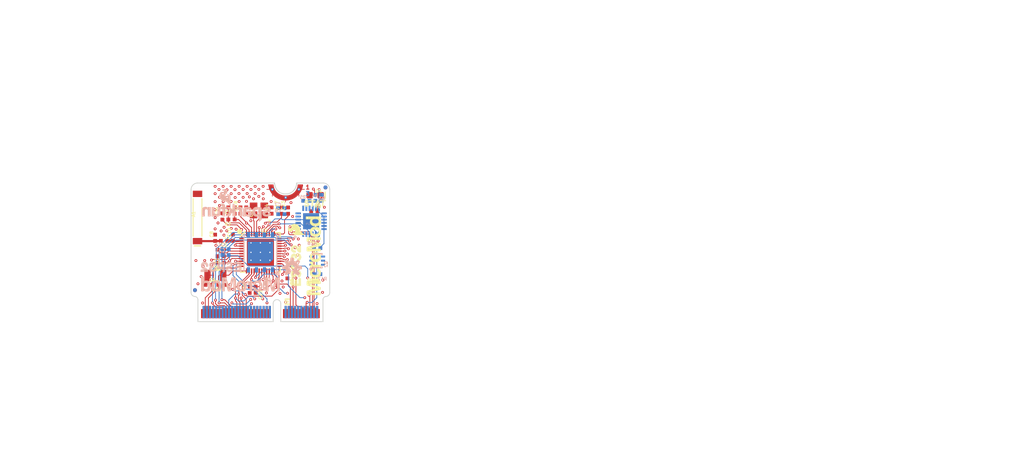
<source format=kicad_pcb>
(kicad_pcb (version 20211014) (generator pcbnew)
  (layers (0 "F.Cu" signal) (1 "In1.Cu" signal) (2 "In2.Cu" signal) (31 "B.Cu" signal) (34 "B.Paste" user) (35 "F.Paste" user) (36 "B.SilkS" user "B.Silkscreen") (37 "F.SilkS" user "F.Silkscreen") (38 "B.Mask" user) (39 "F.Mask" user) (44 "Edge.Cuts" user))
  (net 0 "")
  (net 1 "3.3V")
  (net 2 "~{RESET}")
  (net 3 "GND")
  (net 4 "32-G5/RTC")
  (net 5 "33-G6/RTC")
  (net 6 "34-A0")
  (net 7 "35-A1")
  (net 8 "39-BATT/3")
  (net 9 "38")
  (net 10 "36")
  (net 11 "37")
  (net 12 "CAP_10N")
  (net 13 "FLASH_SWP")
  (net 14 "FLASH_SHD")
  (net 15 "FLASH_SDI")
  (net 16 "FLASH_SDO")
  (net 17 "FLASH_SCK")
  (net 18 "FLASH_SCS")
  (net 19 "VDD")
  (net 20 "27-D1")
  (net 21 "22-SCL")
  (net 22 "21-SDA")
  (net 23 "5-~{CS}")
  (net 24 "U0RXD")
  (net 25 "U0TXD")
  (net 26 "DTR")
  (net 27 "RTS")
  (net 28 "N$10")
  (net 29 "N$12")
  (net 30 "N$13")
  (net 31 "N$15")
  (net 32 "N$1")
  (net 33 "N$4")
  (net 34 "V_USB")
  (net 35 "D-")
  (net 36 "D+")
  (net 37 "N$2")
  (net 38 "N$3")
  (net 39 "N$5")
  (net 40 "N$8")
  (net 41 "0-~{BOOT}")
  (net 42 "16-G4/RX1/AUD_IN")
  (net 43 "17-G3/TX1/AUD_OUT")
  (net 44 "25-G1/AUD_LRCLK/SCL1")
  (net 45 "26-G2/AUD_BCLK/SDA1")
  (net 46 "4-I2C_~{INT}")
  (net 47 "13-PWM0")
  (net 48 "12-PWM1")
  (net 49 "14-D0")
  (net 50 "15-G0")
  (net 51 "2-STAT_LED")
  (net 52 "18-SCK")
  (net 53 "19-CIPO")
  (net 54 "23-COPI")
  (footprint "boardEagle:0402-TIGHT" (layer "F.Cu") (at 143.9081 99.7866 180)
    (fp_text reference "R2")
    (fp_text value "20k")
  )
  (footprint "boardEagle:CRYSTAL-SMD-3.2X1.5MM" (layer "F.Cu") (at 141.3521 108.6706)
    (fp_text reference "Y2")
    (fp_text value "32.768kHz")
  )
  (footprint "boardEagle:0402-TIGHT" (layer "F.Cu") (at 151.8461 98.3786 90)
    (fp_text reference "C17")
    (fp_text value "0.1uF")
  )
  (footprint "boardEagle:0402-TIGHT" (layer "F.Cu") (at 143.9081 98.8706)
    (fp_text reference "C27")
    (fp_text value "3.0nF" hide)
  )
  (footprint "boardEagle:QFN48-0.4MM" (layer "F.Cu") (at 148.5011 105.0036)
    (fp_text reference "U2")
    (fp_text value "ESP32")
  )
  (footprint "boardEagle:0402-TIGHT" (layer "F.Cu") (at 142.2001 106.6554 180)
    (fp_text reference "R1")
    (fp_text value "10k")
  )
  (footprint "boardEagle:0402-TIGHT" (layer "F.Cu") (at 142.2001 104.5804)
    (fp_text reference "C1")
    (fp_text value "270pF" hide)
  )
  (footprint "boardEagle:FIDUCIAL-MICRO" (layer "F.Cu") (at 158.8241 94.7006)
    (fp_text reference "FD4" hide)
    (fp_text value "FIDUCIALUFIDUCIAL" hide)
  )
  (footprint "boardEagle:0402-TIGHT" (layer "F.Cu") (at 140.2951 110.1616)
    (fp_text reference "C9")
    (fp_text value "15pF")
  )
  (footprint "boardEagle:0402-TIGHT" (layer "F.Cu") (at 145.3271 98.3686 90)
    (fp_text reference "C18")
    (fp_text value "100pF" hide)
  )
  (footprint "boardEagle:SFE_LOGO_FLAME_.1" (layer "F.Cu") (at 154.1381 101.3986 90)
    (fp_text reference "U$4" hide)
    (fp_text value "" hide)
  )
  (footprint "boardEagle:ANT-2.4GHZ-8.0X1.0MM" (layer "F.Cu") (at 138.5171 99.4682 90)
    (fp_text reference "A1")
    (fp_text value "")
  )
  (footprint "boardEagle:0402-TIGHT" (layer "F.Cu") (at 142.2001 105.6052 180)
    (fp_text reference "C2")
    (fp_text value "270pF" hide)
  )
  (footprint "boardEagle:CREATIVE_COMMONS" (layer "F.Cu") (at 127.4911 139.0636)
    (fp_text reference "FRAME1" hide)
    (fp_text value "FRAME-LEDGER" hide)
  )
  (footprint "boardEagle:ORDERING_INSTRUCTIONS" (layer "F.Cu") (at 167.9811 65.2036)
    (fp_text reference "LOGO1" hide)
    (fp_text value "SPECIAL_INSTRUCTIONS-ORDERING" hide)
  )
  (footprint "boardEagle:0402-TIGHT" (layer "F.Cu") (at 142.7261 103.1776)
    (fp_text reference "L1")
    (fp_text value "0")
  )
  (footprint "boardEagle:ESP321" (layer "F.Cu") (at 154.1381 111.7618 90)
    (fp_text reference "U$3" hide)
    (fp_text value "" hide)
  )
  (footprint "boardEagle:0402-TIGHT" (layer "F.Cu") (at 143.9081 97.8646 180)
    (fp_text reference "C5")
    (fp_text value "10nF")
  )
  (footprint "boardEagle:0402-TIGHT" (layer "F.Cu") (at 142.3271 110.1616 180)
    (fp_text reference "C26")
    (fp_text value "15pF")
  )
  (footprint "boardEagle:MICROMOD_LOGO_.5" (layer "F.Cu") (at 156.9321 105.5406 90)
    (fp_text reference "U$2" hide)
    (fp_text value "" hide)
  )
  (footprint "boardEagle:0402-TIGHT" (layer "F.Cu") (at 152.7821 108.6306 -90)
    (fp_text reference "C24")
    (fp_text value "1.0uF")
  )
  (footprint "boardEagle:0402-TIGHT" (layer "F.Cu") (at 141.3111 102.694 90)
    (fp_text reference "C8")
    (fp_text value "DNP")
  )
  (footprint "boardEagle:STAT0" (layer "F.Cu") (at 154.5191 97.2076)
    (fp_text reference "U$1" hide)
    (fp_text value "" hide)
  )
  (footprint "boardEagle:0402-TIGHT" (layer "F.Cu") (at 144.1305 102.6686 90)
    (fp_text reference "C10")
    (fp_text value "DNP")
  )
  (footprint "boardEagle:LED-0603" (layer "F.Cu") (at 157.1861 95.9376)
    (fp_text reference "D4")
    (fp_text value "BLUE")
  )
  (footprint "boardEagle:0402-TIGHT" (layer "F.Cu") (at 146.7921 110.9426 90)
    (fp_text reference "R9")
    (fp_text value "10k")
  )
  (footprint "boardEagle:CRYSTAL-SMD-2X2.5MM" (layer "F.Cu") (at 148.2591 98.3606 180)
    (fp_text reference "Y1")
    (fp_text value "40MHz")
  )
  (footprint "boardEagle:0402-TIGHT" (layer "F.Cu") (at 157.0591 98.4776)
    (fp_text reference "R8")
    (fp_text value "1k")
  )
  (footprint "boardEagle:FIDUCIAL-MICRO" (layer "F.Cu") (at 138.1151 111.0036)
    (fp_text reference "FD1" hide)
    (fp_text value "FIDUCIALUFIDUCIAL" hide)
  )
  (footprint "boardEagle:0402-TIGHT" (layer "F.Cu") (at 142.4691 99.3056 90)
    (fp_text reference "C20")
    (fp_text value "0.1uF")
  )
  (footprint "boardEagle:0402-TIGHT" (layer "F.Cu") (at 150.2721 98.3706 90)
    (fp_text reference "C4")
    (fp_text value "12pF")
  )
  (footprint "boardEagle:0402-TIGHT" (layer "F.Cu") (at 146.2571 98.3706 -90)
    (fp_text reference "C3")
    (fp_text value "12pF")
  )
  (footprint "boardEagle:M.2-CARD-E-22" (layer "F.Cu") (at 148.5011 116.0036)
    (fp_text reference "J1" hide)
    (fp_text value "MICROMOD-2222" hide)
  )
  (footprint "boardEagle:0402-TIGHT" (layer "F.Cu") (at 152.8931 98.3786 90)
    (fp_text reference "C23")
    (fp_text value "0.1uF")
  )
  (footprint "boardEagle:0402-TIGHT" (layer "F.Cu") (at 147.7411 110.9436 -90)
    (fp_text reference "C25")
    (fp_text value "0.1uF")
  )
  (footprint "boardEagle:FIDUCIAL-MICRO" (layer "B.Cu") (at 158.8241 94.7006 180)
    (fp_text reference "FD3" hide)
    (fp_text value "FIDUCIALUFIDUCIAL" hide)
  )
  (footprint "boardEagle:0402-TIGHT" (layer "B.Cu") (at 157.7291 95.89)
    (fp_text reference "R3")
    (fp_text value "22k")
  )
  (footprint "boardEagle:0402-TIGHT" (layer "B.Cu") (at 142.9511 105.4236 180)
    (fp_text reference "C21")
    (fp_text value "0.1uF")
  )
  (footprint "boardEagle:OSHW-LOGO-S" (layer "B.Cu") (at 153.5285 107.4184 180)
    (fp_text reference "LOGO3" hide)
    (fp_text value "OSHW-LOGOS" hide)
  )
  (footprint "boardEagle:ESP321" (layer "B.Cu") (at 146.9245 107.3168 180)
    (fp_text reference "U$7" hide)
    (fp_text value "" hide)
  )
  (footprint "boardEagle:MICROMOD_LOGO_.5" (layer "B.Cu") (at 145.3243 110.06 180)
    (fp_text reference "U$6" hide)
    (fp_text value "" hide)
  )
  (footprint "boardEagle:0402-TIGHT" (layer "B.Cu") (at 155.7931 96.8206 180)
    (fp_text reference "R5")
    (fp_text value "2.2k")
  )
  (footprint "boardEagle:0402-TIGHT" (layer "B.Cu") (at 157.5161 104.3196 180)
    (fp_text reference "R18")
    (fp_text value "10k")
  )
  (footprint "boardEagle:FIDUCIAL-MICRO" (layer "B.Cu") (at 138.1051 111.0036 180)
    (fp_text reference "FD2" hide)
    (fp_text value "FIDUCIALUFIDUCIAL" hide)
  )
  (footprint "boardEagle:SC70-6" (layer "B.Cu") (at 157.5161 106.3178 90)
    (fp_text reference "Q2")
    (fp_text value "MBT3904DW1T1")
  )
  (footprint "boardEagle:0402-TIGHT" (layer "B.Cu") (at 157.7291 96.8206 180)
    (fp_text reference "R4")
    (fp_text value "33k")
  )
  (footprint "boardEagle:QFN24" (layer "B.Cu") (at 156.5451 100.0634)
    (fp_text reference "U4")
    (fp_text value "CP210X")
  )
  (footprint "boardEagle:0402-TIGHT" (layer "B.Cu") (at 142.9511 104.5036 180)
    (fp_text reference "C22")
    (fp_text value "10uF")
  )
  (footprint "boardEagle:0402-TIGHT" (layer "B.Cu") (at 151.8227 97.995 180)
    (fp_text reference "C7")
    (fp_text value "4.7uF")
  )
  (footprint "boardEagle:WSON-8-6X5" (layer "B.Cu") (at 148.5011 105.0036 90)
    (fp_text reference "U1")
    (fp_text value "W25QXX128MBIT-6X5")
  )
  (footprint "boardEagle:0402-TIGHT" (layer "B.Cu") (at 151.8227 98.939 180)
    (fp_text reference "C6")
    (fp_text value "0.1uF")
  )
  (footprint "boardEagle:0402-TIGHT" (layer "B.Cu") (at 157.5161 108.4598)
    (fp_text reference "R17")
    (fp_text value "10k")
  )
  (footprint "boardEagle:SFE_LOGO_NAME_FLAME_.1" (layer "B.Cu") (at 144.6131 98.6808 180)
    (fp_text reference "LOGO2" hide)
    (fp_text value "SFE_LOGO_NAME_FLAME.1_INCH" hide)
  )
  (gr_line (start 150.5261 116.0036) (end 138.5761 116.0036) (layer "Edge.Cuts") (width 0.127))
  (gr_line (start 158.5011 94.0036) (end 154.2511 94.0036) (layer "Edge.Cuts") (width 0.127))
  (gr_arc (start 159.501099 111.403601) (mid 159.320461 111.822962) (end 158.9011 112.0036) (layer "Edge.Cuts") (width 0.127))
  (gr_arc (start 137.5011 95.0036) (mid 137.8011 94.303601) (end 138.501099 94.003601) (layer "Edge.Cuts") (width 0.127))
  (gr_line (start 137.5011 95.0036) (end 137.5011 111.4036) (layer "Edge.Cuts") (width 0.127))
  (gr_arc (start 158.5011 94.0036) (mid 159.2011 94.3036) (end 159.5011 95.0036) (layer "Edge.Cuts") (width 0.127))
  (gr_line (start 150.7511 94.0036) (end 138.5011 94.0036) (layer "Edge.Cuts") (width 0.127))
  (gr_line (start 159.5011 95.0036) (end 159.5011 111.4036) (layer "Edge.Cuts") (width 0.127))
  (gr_line (start 138.5761 116.0036) (end 138.5761 112.5036) (layer "Edge.Cuts") (width 0.127))
  (gr_arc (start 158.4261 112.5036) (mid 158.566444 112.161302) (end 158.9011 112.0036) (layer "Edge.Cuts") (width 0.127))
  (gr_arc (start 154.2511 94.0036) (mid 152.5011 95.7536) (end 150.7511 94.0036) (layer "Edge.Cuts") (width 0.127))
  (gr_arc (start 154.2511 94.0036) (mid 152.5011 95.7536) (end 150.7511 94.0036) (layer "Edge.Cuts") (width 0.127))
  (gr_arc (start 138.1011 112.0036) (mid 138.434341 112.162646) (end 138.5761 112.503601) (layer "Edge.Cuts") (width 0.127))
  (gr_line (start 158.4261 116.0036) (end 151.7261 116.0036) (layer "Edge.Cuts") (width 0.127))
  (gr_arc (start 150.5261 113.1036) (mid 151.1261 112.5036) (end 151.7261 113.1036) (layer "Edge.Cuts") (width 0.127))
  (gr_line (start 151.7261 113.1036) (end 151.7261 116.0036) (layer "Edge.Cuts") (width 0.127))
  (gr_line (start 158.4261 112.5036) (end 158.4261 116.0036) (layer "Edge.Cuts") (width 0.127))
  (gr_line (start 150.5261 113.1036) (end 150.5261 116.0036) (layer "Edge.Cuts") (width 0.127))
  (gr_arc (start 138.101098 112.0036) (mid 137.681737 111.822961) (end 137.5011 111.4036) (layer "Edge.Cuts") (width 0.127))
  (gr_text "1" (at 156.4241 94.2866) (layer "F.Cu") (effects (font (size 0.666496 0.666496) (thickness 0.146304)) (justify right top)))
  (gr_text "3" (at 156.4241 95.3026) (layer "B.Cu") (effects (font (size 0.666496 0.666496) (thickness 0.146304)) (justify right top)))
  (segment (start 147.1011 101.0756) (end 146.3823 100.3568) (width 0.127) (layer "F.Cu") (net 1))
  (segment (start 144.4981 103.7446) (end 144.4981 103.8716) (width 0.127) (layer "F.Cu") (net 1))
  (segment (start 145.5511 101.4046) (end 145.5511 102.8036) (width 0.127) (layer "F.Cu") (net 1))
  (segment (start 142.4691 99.8896) (end 142.4691 99.8056) (width 0.127) (layer "F.Cu") (net 1))
  (segment (start 148.421318 110.417382) (end 148.4773 110.417382) (width 0.127) (layer "F.Cu") (net 1))
  (segment (start 145.3271 99.3186) (end 145.3271 98.8686) (width 0.127) (layer "F.Cu") (net 1))
  (segment (start 152.8931 99.2738) (end 152.3343 99.8326) (width 0.127) (layer "F.Cu") (net 1))
  (segment (start 145.5511 104.0036) (end 144.6301 104.0036) (width 0.127) (layer "F.Cu") (net 1))
  (segment (start 148.3011 101.0936) (end 148.3201 101.0746) (width 0.127) (layer "F.Cu") (net 1))
  (segment (start 146.2819 100.3568) (end 146.2819 100.2734) (width 0.127) (layer "F.Cu") (net 1))
  (segment (start 145.5241 101.3776) (end 144.7831 100.6366) (width 0.127) (layer "F.Cu") (net 1))
  (segment (start 147.7411 110.4436) (end 148.3951 110.4436) (width 0.127) (layer "F.Cu") (net 1))
  (segment (start 152.3343 99.8326) (end 152.3343 101.9054) (width 0.127) (layer "F.Cu") (net 1))
  (segment (start 152.8931 98.8786) (end 152.8931 99.2738) (width 0.127) (layer "F.Cu") (net 1))
  (segment (start 146.7931 110.4436) (end 146.7921 110.4426) (width 0.127) (layer "F.Cu") (net 1))
  (segment (start 145.5511 103.6036) (end 144.6391 103.6036) (width 0.127) (layer "F.Cu") (net 1))
  (segment (start 148.3011 102.0536) (end 148.3011 101.0936) (width 0.127) (layer "F.Cu") (net 1))
  (segment (start 148.7011 107.9536) (end 148.7011 108.9061) (width 0.127) (layer "F.Cu") (net 1))
  (segment (start 145.5241 101.3776) (end 145.5511 101.4046) (width 0.127) (layer "F.Cu") (net 1))
  (segment (start 144.7831 100.6366) (end 143.2161 100.6366) (width 0.127) (layer "F.Cu") (net 1))
  (segment (start 143.2161 100.6366) (end 142.4691 99.8896) (width 0.127) (layer "F.Cu") (net 1))
  (segment (start 147.7411 110.4436) (end 146.7931 110.4436) (width 0.127) (layer "F.Cu") (net 1))
  (segment (start 146.3823 100.3568) (end 146.2819 100.3568) (width 0.127) (layer "F.Cu") (net 1))
  (segment (start 151.3661 102.0536) (end 151.4001 102.0876) (width 0.127) (layer "F.Cu") (net 1))
  (segment (start 141.099118 106.6554) (end 140.7731 106.981419) (width 0.127) (layer "F.Cu") (net 1))
  (segment (start 147.1011 102.0536) (end 147.1011 101.0756) (width 0.127) (layer "F.Cu") (net 1))
  (segment (start 144.6301 104.0036) (end 144.4981 103.8716) (width 0.127) (layer "F.Cu") (net 1))
  (segment (start 148.4471 109.1601) (end 148.4471 110.387182) (width 0.127) (layer "F.Cu") (net 1))
  (segment (start 152.3343 101.9054) (end 152.1521 102.0876) (width 0.127) (layer "F.Cu") (net 1))
  (segment (start 144.6391 103.6036) (end 144.4981 103.7446) (width 0.127) (layer "F.Cu") (net 1))
  (segment (start 151.4001 102.0876) (end 152.1521 102.0876) (width 0.127) (layer "F.Cu") (net 1))
  (segment (start 146.2819 100.2734) (end 145.3271 99.3186) (width 0.127) (layer "F.Cu") (net 1))
  (segment (start 148.3951 110.4436) (end 148.421318 110.417382) (width 0.127) (layer "F.Cu") (net 1))
  (segment (start 148.7011 108.9061) (end 148.4471 109.1601) (width 0.127) (layer "F.Cu") (net 1))
  (segment (start 141.7001 106.6554) (end 141.099118 106.6554) (width 0.127) (layer "F.Cu") (net 1))
  (segment (start 148.4773 110.417382) (end 148.4471 110.387182) (width 0.127) (layer "F.Cu") (net 1))
  (segment (start 150.7011 102.0536) (end 151.3661 102.0536) (width 0.127) (layer "F.Cu") (net 1))
  (via blind (at 157.4849 113.1368) (size 0.454) (drill 0.2) (layers "F.Cu" "In1.Cu") (net 1))
  (via blind (at 148.4773 110.417382) (size 0.454) (drill 0.2) (layers "F.Cu" "In1.Cu") (net 1))
  (via blind (at 140.7731 106.981419) (size 0.454) (drill 0.2) (layers "F.Cu" "In1.Cu") (net 1))
  (via blind (at 151.4001 102.0876) (size 0.454) (drill 0.2) (layers "F.Cu" "In1.Cu") (net 1))
  (via blind (at 153.6141 99.308) (size 0.454) (drill 0.2) (layers "F.Cu" "In1.Cu") (net 1))
  (via blind (at 144.4981 103.8716) (size 0.454) (drill 0.2) (layers "F.Cu" "In1.Cu") (net 1))
  (via blind (at 145.5241 101.3776) (size 0.454) (drill 0.2) (layers "F.Cu" "In1.Cu") (net 1))
  (via blind (at 146.2819 100.3568) (size 0.454) (drill 0.2) (layers "F.Cu" "In1.Cu") (net 1))
  (via blind (at 139.3281 113.0406) (size 0.454) (drill 0.2) (layers "F.Cu" "In1.Cu") (net 1))
  (via blind (at 148.3201 101.0746) (size 0.454) (drill 0.2) (layers "F.Cu" "In1.Cu") (net 1))
  (segment (start 146.5816 107.1771) (end 144.9306 105.5261) (width 0.127) (layer "B.Cu") (net 1))
  (segment (start 143.6181 105.6956) (end 143.6181 106.3436) (width 0.127) (layer "B.Cu") (net 1))
  (segment (start 144.9306 105.5261) (end 143.7876 105.5261) (width 0.127) (layer "B.Cu") (net 1))
  (segment (start 152.318268 103.0496) (end 144.643478 103.0496) (width 0.127) (layer "B.Cu") (net 1))
  (segment (start 143.7876 105.5261) (end 143.6181 105.6956) (width 0.127) (layer "B.Cu") (net 1))
  (segment (start 153.080268 103.8116) (end 152.318268 103.0496) (width 0.127) (layer "B.Cu") (net 1))
  (segment (start 144.643478 103.0496) (end 142.8351 104.857982) (width 0.127) (layer "B.Cu") (net 1))
  (segment (start 156.0051 107.6031) (end 155.5791 107.1771) (width 0.127) (layer "B.Cu") (net 1))
  (segment (start 142.8351 108.0061) (end 142.3906 108.4506) (width 0.127) (layer "B.Cu") (net 1))
  (segment (start 142.3906 112.5146) (end 142.3906 108.4506) (width 0.127) (layer "B.Cu") (net 1))
  (segment (start 153.3761 103.8116) (end 153.080268 103.8116) (width 0.127) (layer "B.Cu") (net 1))
  (segment (start 156.0051 109.0636) (end 156.0051 107.6031) (width 0.127) (layer "B.Cu") (net 1))
  (segment (start 142.8351 104.857982) (end 142.8351 108.0061) (width 0.127) (layer "B.Cu") (net 1))
  (segment (start 155.5791 107.1771) (end 146.5816 107.1771) (width 0.127) (layer "B.Cu") (net 1))
  (segment (start 143.4945 106.3436) (end 143.1827 106.6554) (width 0.127) (layer "F.Cu") (net 2))
  (segment (start 143.6181 106.3436) (end 143.4945 106.3436) (width 0.127) (layer "F.Cu") (net 2))
  (segment (start 145.0177 105.9782) (end 143.9835 105.9782) (width 0.127) (layer "F.Cu") (net 2))
  (segment (start 145.0431 106.0036) (end 145.0177 105.9782) (width 0.127) (layer "F.Cu") (net 2))
  (segment (start 143.9835 105.9782) (end 143.6181 106.3436) (width 0.127) (layer "F.Cu") (net 2))
  (segment (start 142.7001 106.6554) (end 143.1827 106.6554) (width 0.127) (layer "F.Cu") (net 2))
  (segment (start 145.5511 106.0036) (end 145.0431 106.0036) (width 0.127) (layer "F.Cu") (net 2))
  (via blind (at 143.6181 106.3436) (size 0.454) (drill 0.2) (layers "F.Cu" "In1.Cu") (net 2))
  (via blind (at 156.0051 109.0636) (size 0.454) (drill 0.2) (layers "F.Cu" "In1.Cu") (net 2))
  (segment (start 156.2511 113.833038) (end 156.2511 114.7286) (width 0.127) (layer "F.Cu") (net 3))
  (segment (start 150.2721 98.8706) (end 149.2931 98.8706) (width 0.127) (layer "F.Cu") (net 3))
  (segment (start 147.1931 97.8706) (end 146.2571 97.8706) (width 0.127) (layer "F.Cu") (net 3))
  (segment (start 147.4131 97.6506) (end 147.1931 97.8706) (width 0.127) (layer "F.Cu") (net 3))
  (segment (start 156.2111 111.8216) (end 156.3386 111.9491) (width 0.127) (layer "F.Cu") (net 3))
  (segment (start 149.1131 99.0506) (end 149.2931 98.8706) (width 0.127) (layer "F.Cu") (net 3))
  (segment (start 156.3386 111.9491) (end 156.3386 113.745538) (width 0.127) (layer "F.Cu") (net 3))
  (segment (start 156.3386 113.745538) (end 156.2511 113.833038) (width 0.127) (layer "F.Cu") (net 3))
  (via blind (at 148.9567 96.5026) (size 0.454) (drill 0.2) (layers "F.Cu" "In1.Cu") (net 3))
  (via blind (at 148.9313 95.6898) (size 0.454) (drill 0.2) (layers "F.Cu" "In1.Cu") (net 3))
  (via blind (at 138.5891 109.9926) (size 0.454) (drill 0.2) (layers "F.Cu" "In1.Cu") (net 3))
  (via blind (at 146.7469 96.1978) (size 0.454) (drill 0.2) (layers "F.Cu" "In1.Cu") (net 3))
  (via blind (at 143.2163 96.274) (size 0.454) (drill 0.2) (layers "F.Cu" "In1.Cu") (net 3))
  (via blind (at 156.2111 111.8216) (size 0.454) (drill 0.2) (layers "F.Cu" "In1.Cu") (net 3))
  (via blind (at 139.4063 107.196) (size 0.454) (drill 0.2) (layers "F.Cu" "In1.Cu") (net 3))
  (via blind (at 150.0011 106.2536) (size 0.454) (drill 0.2) (layers "F.Cu" "In1.Cu") (net 3))
  (via blind (at 147.0011 105.0036) (size 0.454) (drill 0.2) (layers "F.Cu" "In1.Cu") (net 3))
  (via blind (at 154.3923 106.688) (size 0.454) (drill 0.2) (layers "F.Cu" "In1.Cu") (net 3))
  (via blind (at 138.2633 106.307) (size 0.454) (drill 0.2) (layers "F.Cu" "In1.Cu") (net 3))
  (via blind (at 148.5011 103.5036) (size 0.454) (drill 0.2) (layers "F.Cu" "In1.Cu") (net 3))
  (via blind (at 141.9209 95.0294) (size 0.454) (drill 0.2) (layers "F.Cu" "In1.Cu") (net 3))
  (via blind (at 149.4476 111.4531) (size 0.454) (drill 0.2) (layers "F.Cu" "In1.Cu") (net 3))
  (via blind (at 143.6691 110.1196) (size 0.454) (drill 0.2) (layers "F.Cu" "In1.Cu") (net 3))
  (via blind (at 157.2557 100.8396) (size 0.454) (drill 0.2) (layers "F.Cu" "In1.Cu") (net 3))
  (via blind (at 148.5011 106.2536) (size 0.454) (drill 0.2) (layers "F.Cu" "In1.Cu") (net 3))
  (via blind (at 144.6387 101.3286) (size 0.454) (drill 0.2) (layers "F.Cu" "In1.Cu") (net 3))
  (via blind (at 151.6066 111.5166) (size 0.454) (drill 0.2) (layers "F.Cu" "In1.Cu") (net 3))
  (via blind (at 158.3611 111.3536) (size 0.454) (drill 0.2) (layers "F.Cu" "In1.Cu") (net 3))
  (via blind (at 148.9313 94.5214) (size 0.454) (drill 0.2) (layers "F.Cu" "In1.Cu") (net 3))
  (via blind (at 141.9971 97.5694) (size 0.454) (drill 0.2) (layers "F.Cu" "In1.Cu") (net 3))
  (via blind (at 147.0011 106.2536) (size 0.454) (drill 0.2) (layers "F.Cu" "In1.Cu") (net 3))
  (via blind (at 145.7563 96.274) (size 0.454) (drill 0.2) (layers "F.Cu" "In1.Cu") (net 3))
  (via blind (at 139.0971 108.8496) (size 0.454) (drill 0.2) (layers "F.Cu" "In1.Cu") (net 3))
  (via blind (at 145.7563 95.0294) (size 0.454) (drill 0.2) (layers "F.Cu" "In1.Cu") (net 3))
  (via blind (at 147.0009 95.0294) (size 0.454) (drill 0.2) (layers "F.Cu" "In1.Cu") (net 3))
  (via blind (at 143.8513 96.9344) (size 0.454) (drill 0.2) (layers "F.Cu" "In1.Cu") (net 3))
  (via blind (at 141.9971 96.2486) (size 0.454) (drill 0.2) (layers "F.Cu" "In1.Cu") (net 3))
  (via blind (at 148.2455 95.004) (size 0.454) (drill 0.2) (layers "F.Cu" "In1.Cu") (net 3))
  (via blind (at 145.0959 95.6644) (size 0.454) (drill 0.2) (layers "F.Cu" "In1.Cu") (net 3))
  (via blind (at 151.9241 109.5481) (size 0.454) (drill 0.2) (layers "F.Cu" "In1.Cu") (net 3))
  (via blind (at 150.0011 103.5036) (size 0.454) (drill 0.2) (layers "F.Cu" "In1.Cu") (net 3))
  (via blind (at 142.5559 95.6898) (size 0.454) (drill 0.2) (layers "F.Cu" "In1.Cu") (net 3))
  (via blind (at 143.8767 101.2016) (size 0.454) (drill 0.2) (layers "F.Cu" "In1.Cu") (net 3))
  (via blind (at 142.5813 96.9598) (size 0.454) (drill 0.2) (layers "F.Cu" "In1.Cu") (net 3))
  (via blind (at 150.2013 96.9344) (size 0.454) (drill 0.2) (layers "F.Cu" "In1.Cu") (net 3))
  (via blind (at 141.3113 94.5214) (size 0.454) (drill 0.2) (layers "F.Cu" "In1.Cu") (net 3))
  (via blind (at 155.9527 99.5306) (size 0.454) (drill 0.2) (layers "F.Cu" "In1.Cu") (net 3))
  (via blind (at 143.1655 101.5826) (size 0.454) (drill 0.2) (layers "F.Cu" "In1.Cu") (net 3))
  (via blind (at 141.4383 103.894) (size 0.454) (drill 0.2) (layers "F.Cu" "In1.Cu") (net 3))
  (via blind (at 145.1213 96.9344) (size 0.454) (drill 0.2) (layers "F.Cu" "In1.Cu") (net 3))
  (via blind (at 146.3913 95.6644) (size 0.454) (drill 0.2) (layers "F.Cu" "In1.Cu") (net 3))
  (via blind (at 147.6613 94.5214) (size 0.454) (drill 0.2) (layers "F.Cu" "In1.Cu") (net 3))
  (via blind (at 141.3113 98.2298) (size 0.454) (drill 0.2) (layers "F.Cu" "In1.Cu") (net 3))
  (via blind (at 152.1146 110.5006) (size 0.454) (drill 0.2) (layers "F.Cu" "In1.Cu") (net 3))
  (via blind (at 153.3509 97.1122) (size 0.454) (drill 0.2) (layers "F.Cu" "In1.Cu") (net 3))
  (via blind (at 154.3923 105.418) (size 0.454) (drill 0.2) (layers "F.Cu" "In1.Cu") (net 3))
  (via blind (at 143.1909 95.0802) (size 0.454) (drill 0.2) (layers "F.Cu" "In1.Cu") (net 3))
  (via blind (at 147.4073 96.5026) (size 0.454) (drill 0.2) (layers "F.Cu" "In1.Cu") (net 3))
  (via blind (at 154.5193 102.878) (size 0.454) (drill 0.2) (layers "F.Cu" "In1.Cu") (net 3))
  (via blind (at 148.2455 96.1216) (size 0.454) (drill 0.2) (layers "F.Cu" "In1.Cu") (net 3))
  (via blind (at 141.3113 99.4998) (size 0.454) (drill 0.2) (layers "F.Cu" "In1.Cu") (net 3))
  (via blind (at 146.2897 96.909) (size 0.454) (drill 0.2) (layers "F.Cu" "In1.Cu") (net 3))
  (via blind (at 152.4956 112.9136) (size 0.454) (drill 0.2) (layers "F.Cu" "In1.Cu") (net 3))
  (via blind (at 143.8513 95.6898) (size 0.454) (drill 0.2) (layers "F.Cu" "In1.Cu") (net 3))
  (via blind (at 147.6613 95.6644) (size 0.454) (drill 0.2) (layers "F.Cu" "In1.Cu") (net 3))
  (via blind (at 154.0113 104.275) (size 0.454) (drill 0.2) (layers "F.Cu" "In1.Cu") (net 3))
  (via blind (at 146.3913 94.5214) (size 0.454) (drill 0.2) (layers "F.Cu" "In1.Cu") (net 3))
  (via blind (at 148.5011 105.0036) (size 0.454) (drill 0.2) (layers "F.Cu" "In1.Cu") (net 3))
  (via blind (at 147.0011 103.5036) (size 0.454) (drill 0.2) (layers "F.Cu" "In1.Cu") (net 3))
  (via blind (at 141.3113 101.2778) (size 0.454) (drill 0.2) (layers "F.Cu" "In1.Cu") (net 3))
  (via blind (at 145.1213 94.5214) (size 0.454) (drill 0.2) (layers "F.Cu" "In1.Cu") (net 3))
  (via blind (at 143.8513 94.5214) (size 0.454) (drill 0.2) (layers "F.Cu" "In1.Cu") (net 3))
  (via blind (at 141.3113 95.6898) (size 0.454) (drill 0.2) (layers "F.Cu" "In1.Cu") (net 3))
  (via blind (at 142.7337 101.0238) (size 0.454) (drill 0.2) (layers "F.Cu" "In1.Cu") (net 3))
  (via blind (at 141.3113 96.9598) (size 0.454) (drill 0.2) (layers "F.Cu" "In1.Cu") (net 3))
  (via blind (at 139.6603 106.307) (size 0.454) (drill 0.2) (layers "F.Cu" "In1.Cu") (net 3))
  (via blind (at 144.4609 95.0548) (size 0.454) (drill 0.2) (layers "F.Cu" "In1.Cu") (net 3))
  (via blind (at 142.5813 94.5214) (size 0.454) (drill 0.2) (layers "F.Cu" "In1.Cu") (net 3))
  (via blind (at 144.4863 96.2994) (size 0.454) (drill 0.2) (layers "F.Cu" "In1.Cu") (net 3))
  (via blind (at 150.0011 105.0036) (size 0.454) (drill 0.2) (layers "F.Cu" "In1.Cu") (net 3))
  (via blind (at 142.2638 101.608) (size 0.454) (drill 0.2) (layers "F.Cu" "In1.Cu") (net 3))
  (via blind (at 141.7685 100.338) (size 0.454) (drill 0.2) (layers "F.Cu" "In1.Cu") (net 3))
  (via blind (at 142.7083 102.2684) (size 0.454) (drill 0.2) (layers "F.Cu" "In1.Cu") (net 3))
  (via blind (at 146.9755 99.9824) (size 0.454) (drill 0.2) (layers "F.Cu" "In1.Cu") (net 3))
  (via blind (at 158.6466 97.8426) (size 0.454) (drill 0.2) (layers "F.Cu" "In1.Cu") (net 3))
  (segment (start 141.0491 109.5266) (end 140.7951 109.7806) (width 0.127) (layer "F.Cu") (net 4))
  (segment (start 141.0491 108.6376) (end 141.0491 109.5266) (width 0.127) (layer "F.Cu") (net 4))
  (segment (start 140.7951 111.1681) (end 140.7951 110.1616) (width 0.127) (layer "F.Cu") (net 4))
  (segment (start 144.7401 107.4946) (end 141.4381 107.4946) (width 0.127) (layer "F.Cu") (net 4))
  (segment (start 145.0311 107.2036) (end 144.7401 107.4946) (width 0.127) (layer "F.Cu") (net 4))
  (segment (start 139.7511 114.7286) (end 139.7511 112.2121) (width 0.127) (layer "F.Cu") (net 4))
  (segment (start 140.1351 108.6376) (end 141.0491 108.6376) (width 0.127) (layer "F.Cu") (net 4))
  (segment (start 141.4381 107.4946) (end 141.0491 107.8836) (width 0.127) (layer "F.Cu") (net 4))
  (segment (start 140.7951 109.7806) (end 140.7951 110.1616) (width 0.127) (layer "F.Cu") (net 4))
  (segment (start 140.1021 108.6706) (end 140.1351 108.6376) (width 0.127) (layer "F.Cu") (net 4))
  (segment (start 141.0491 107.8836) (end 141.0491 108.6376) (width 0.127) (layer "F.Cu") (net 4))
  (segment (start 139.7511 112.2121) (end 140.7951 111.1681) (width 0.127) (layer "F.Cu") (net 4))
  (segment (start 145.5511 107.2036) (end 145.0311 107.2036) (width 0.127) (layer "F.Cu") (net 4))
  (segment (start 142.5691 108.6376) (end 142.6021 108.6706) (width 0.127) (layer "F.Cu") (net 5))
  (segment (start 143.4701 108.6376) (end 142.5691 108.6376) (width 0.127) (layer "F.Cu") (net 5))
  (segment (start 141.9461 108.6376) (end 142.5691 108.6376) (width 0.127) (layer "F.Cu") (net 5))
  (segment (start 141.8271 110.1616) (end 141.8271 110.6616) (width 0.127) (layer "F.Cu") (net 5))
  (segment (start 141.8271 110.6616) (end 140.2511 112.2376) (width 0.127) (layer "F.Cu") (net 5))
  (segment (start 146.3011 107.9536) (end 144.1541 107.9536) (width 0.127) (layer "F.Cu") (net 5))
  (segment (start 140.2511 112.2376) (end 140.2511 114.7286) (width 0.127) (layer "F.Cu") (net 5))
  (segment (start 141.8271 110.1616) (end 141.8271 108.7566) (width 0.127) (layer "F.Cu") (net 5))
  (segment (start 141.8271 108.7566) (end 141.9461 108.6376) (width 0.127) (layer "F.Cu") (net 5))
  (segment (start 144.1541 107.9536) (end 143.4701 108.6376) (width 0.127) (layer "F.Cu") (net 5))
  (segment (start 145.5463 106.4084) (end 145.5511 106.4036) (width 0.127) (layer "F.Cu") (net 6))
  (segment (start 144.5496 106.4084) (end 145.5463 106.4084) (width 0.127) (layer "F.Cu") (net 6))
  (via blind (at 144.5496 106.4084) (size 0.454) (drill 0.2) (layers "F.Cu" "In1.Cu") (net 6))
  (via blind (at 149.5423 113.0191) (size 0.454) (drill 0.2) (layers "F.Cu" "In1.Cu") (net 6))
  (segment (start 144.6766 106.5354) (end 144.6766 108.534397) (width 0.127) (layer "B.Cu") (net 6))
  (segment (start 147.5103 110.3521) (end 146.494303 110.3521) (width 0.127) (layer "B.Cu") (net 6))
  (segment (start 144.6766 106.5354) (end 144.5496 106.4084) (width 0.127) (layer "B.Cu") (net 6))
  (segment (start 149.5423 112.3841) (end 147.5103 110.3521) (width 0.127) (layer "B.Cu") (net 6))
  (segment (start 146.494303 110.3521) (end 144.6766 108.534397) (width 0.127) (layer "B.Cu") (net 6))
  (segment (start 149.5423 113.0191) (end 149.5423 112.3841) (width 0.127) (layer "B.Cu") (net 6))
  (segment (start 145.5511 106.8036) (end 144.8596 106.8036) (width 0.127) (layer "F.Cu") (net 7))
  (segment (start 144.7401 106.9231) (end 144.1448 106.9231) (width 0.127) (layer "F.Cu") (net 7))
  (segment (start 144.8596 106.8036) (end 144.7401 106.9231) (width 0.127) (layer "F.Cu") (net 7))
  (via blind (at 144.1448 106.9231) (size 0.454) (drill 0.2) (layers "F.Cu" "In1.Cu") (net 7))
  (via blind (at 148.8676 112.3841) (size 0.454) (drill 0.2) (layers "F.Cu" "In1.Cu") (net 7))
  (segment (start 148.8676 112.3841) (end 147.3436 110.8601) (width 0.127) (layer "B.Cu") (net 7))
  (segment (start 146.3276 110.8601) (end 144.1448 108.6773) (width 0.127) (layer "B.Cu") (net 7))
  (segment (start 147.3436 110.8601) (end 146.3276 110.8601) (width 0.127) (layer "B.Cu") (net 7))
  (segment (start 144.1448 106.9231) (end 144.1448 108.6773) (width 0.127) (layer "B.Cu") (net 7))
  (segment (start 145.5511 105.6036) (end 143.974393 105.6036) (width 0.127) (layer "F.Cu") (net 8))
  (segment (start 145.7511 113.0191) (end 145.4386 112.7066) (width 0.127) (layer "F.Cu") (net 8))
  (segment (start 143.6595 105.6052) (end 143.1309 106.1338) (width 0.127) (layer "F.Cu") (net 8))
  (segment (start 143.974393 105.6036) (end 143.972793 105.6052) (width 0.127) (layer "F.Cu") (net 8))
  (segment (start 141.7001 106.1338) (end 141.7001 105.6052) (width 0.127) (layer "F.Cu") (net 8))
  (segment (start 145.4386 112.7066) (end 145.4386 112.2571) (width 0.127) (layer "F.Cu") (net 8))
  (segment (start 140.8304 106.1338) (end 141.7001 106.1338) (width 0.127) (layer "F.Cu") (net 8))
  (segment (start 140.7396 106.2246) (end 140.8304 106.1338) (width 0.127) (layer "F.Cu") (net 8))
  (segment (start 145.7511 114.7286) (end 145.7511 113.0191) (width 0.127) (layer "F.Cu") (net 8))
  (segment (start 143.1309 106.1338) (end 141.7001 106.1338) (width 0.127) (layer "F.Cu") (net 8))
  (segment (start 143.972793 105.6052) (end 143.6595 105.6052) (width 0.127) (layer "F.Cu") (net 8))
  (via blind (at 145.4386 112.2571) (size 0.454) (drill 0.2) (layers "F.Cu" "In1.Cu") (net 8))
  (via blind (at 140.7396 106.2246) (size 0.454) (drill 0.2) (layers "F.Cu" "In1.Cu") (net 8))
  (segment (start 145.5511 105.2036) (end 143.5681 105.2036) (width 0.127) (layer "F.Cu") (net 9))
  (segment (start 143.1665 105.6052) (end 142.7001 105.6052) (width 0.127) (layer "F.Cu") (net 9))
  (segment (start 143.5681 105.2036) (end 143.1665 105.6052) (width 0.127) (layer "F.Cu") (net 9))
  (segment (start 143.3851 104.4034) (end 143.2081 104.5804) (width 0.127) (layer "F.Cu") (net 10))
  (segment (start 145.5509 104.4034) (end 143.3851 104.4034) (width 0.127) (layer "F.Cu") (net 10))
  (segment (start 143.2081 104.5804) (end 142.7001 104.5804) (width 0.127) (layer "F.Cu") (net 10))
  (segment (start 145.5509 104.4034) (end 145.5511 104.4036) (width 0.127) (layer "F.Cu") (net 10))
  (segment (start 143.4689 104.8036) (end 143.2011 105.0714) (width 0.127) (layer "F.Cu") (net 11))
  (segment (start 143.2011 105.0714) (end 142.1911 105.0714) (width 0.127) (layer "F.Cu") (net 11))
  (segment (start 142.1911 105.0714) (end 141.7001 104.5804) (width 0.127) (layer "F.Cu") (net 11))
  (segment (start 145.5511 104.8036) (end 143.4689 104.8036) (width 0.127) (layer "F.Cu") (net 11))
  (segment (start 143.4081 97.8646) (end 143.4081 98.8706) (width 0.127) (layer "F.Cu") (net 12))
  (segment (start 145.1338 100.3191) (end 143.5596 100.3191) (width 0.127) (layer "F.Cu") (net 12))
  (segment (start 143.5596 100.3191) (end 143.4081 100.1676) (width 0.127) (layer "F.Cu") (net 12))
  (segment (start 143.4081 99.7866) (end 143.4081 100.1676) (width 0.127) (layer "F.Cu") (net 12))
  (segment (start 146.3011 102.0536) (end 146.3011 101.4864) (width 0.127) (layer "F.Cu") (net 12))
  (segment (start 146.3011 101.4864) (end 145.1338 100.3191) (width 0.127) (layer "F.Cu") (net 12))
  (segment (start 143.4081 98.8706) (end 143.4081 99.7866) (width 0.127) (layer "F.Cu") (net 12))
  (segment (start 152.284637 105.6988) (end 152.189437 105.6036) (width 0.127) (layer "F.Cu") (net 13))
  (segment (start 151.4511 105.6036) (end 152.189437 105.6036) (width 0.127) (layer "F.Cu") (net 13))
  (via blind (at 152.284637 105.6988) (size 0.454) (drill 0.2) (layers "F.Cu" "In1.Cu") (net 13))
  (segment (start 152.7615 106.1636) (end 152.1311 106.1636) (width 0.127) (layer "F.Cu") (net 14))
  (segment (start 151.4511 106.0036) (end 151.9711 106.0036) (width 0.127) (layer "F.Cu") (net 14))
  (segment (start 152.1311 106.1636) (end 151.9711 106.0036) (width 0.127) (layer "F.Cu") (net 14))
  (via blind (at 152.7615 106.1636) (size 0.454) (drill 0.2) (layers "F.Cu" "In1.Cu") (net 14))
  (segment (start 152.3639 104.0036) (end 152.4819 103.8856) (width 0.127) (layer "F.Cu") (net 15))
  (segment (start 151.4511 104.0036) (end 152.3639 104.0036) (width 0.127) (layer "F.Cu") (net 15))
  (via blind (at 152.4819 103.8856) (size 0.454) (drill 0.2) (layers "F.Cu" "In1.Cu") (net 15))
  (segment (start 151.4511 104.4036) (end 152.206825 104.4036) (width 0.127) (layer "F.Cu") (net 16))
  (segment (start 152.206825 104.4036) (end 152.269225 104.3412) (width 0.127) (layer "F.Cu") (net 16))
  (segment (start 152.852162 104.3412) (end 152.9415 104.430538) (width 0.127) (layer "F.Cu") (net 16))
  (segment (start 152.269225 104.3412) (end 152.852162 104.3412) (width 0.127) (layer "F.Cu") (net 16))
  (via blind (at 152.9415 104.430538) (size 0.454) (drill 0.2) (layers "F.Cu" "In1.Cu") (net 16))
  (segment (start 151.4511 104.8036) (end 152.3489 104.8036) (width 0.127) (layer "F.Cu") (net 17))
  (segment (start 152.3489 104.7968) (end 152.3861 104.7968) (width 0.127) (layer "F.Cu") (net 17))
  (segment (start 152.3489 104.7968) (end 152.3489 104.8036) (width 0.127) (layer "F.Cu") (net 17))
  (via blind (at 152.3861 104.7968) (size 0.454) (drill 0.2) (layers "F.Cu" "In1.Cu") (net 17))
  (segment (start 151.4511 105.2036) (end 152.0099 105.2036) (width 0.127) (layer "F.Cu") (net 18))
  (segment (start 152.8011 105.2544) (end 152.0607 105.2544) (width 0.127) (layer "F.Cu") (net 18))
  (segment (start 152.0607 105.2544) (end 152.0099 105.2036) (width 0.127) (layer "F.Cu") (net 18))
  (segment (start 152.8011 105.2544) (end 152.8011 105.2778) (width 0.127) (layer "F.Cu") (net 18))
  (via blind (at 152.8011 105.2778) (size 0.454) (drill 0.2) (layers "F.Cu" "In1.Cu") (net 18))
  (segment (start 151.4511 106.8036) (end 151.9231 106.8036) (width 0.127) (layer "F.Cu") (net 19))
  (segment (start 151.9791 108.3836) (end 151.9791 108.5106) (width 0.127) (layer "F.Cu") (net 19))
  (segment (start 152.7821 108.1306) (end 152.2331 108.1306) (width 0.127) (layer "F.Cu") (net 19))
  (segment (start 151.9791 108.3836) (end 152.2321 108.1306) (width 0.127) (layer "F.Cu") (net 19))
  (segment (start 149.443 100.2136) (end 149.274 100.3826) (width 0.127) (layer "F.Cu") (net 19))
  (segment (start 152.2321 108.1306) (end 152.2331 108.1306) (width 0.127) (layer "F.Cu") (net 19))
  (segment (start 151.9231 106.8036) (end 152.2331 107.1136) (width 0.127) (layer "F.Cu") (net 19))
  (segment (start 151.8461 98.8786) (end 151.8461 99.4996) (width 0.127) (layer "F.Cu") (net 19))
  (segment (start 151.8461 99.4996) (end 151.1321 100.2136) (width 0.127) (layer "F.Cu") (net 19))
  (segment (start 151.1321 100.2136) (end 149.443 100.2136) (width 0.127) (layer "F.Cu") (net 19))
  (segment (start 152.2331 107.1136) (end 152.2331 108.1306) (width 0.127) (layer "F.Cu") (net 19))
  (via blind (at 149.274 100.3826) (size 0.454) (drill 0.2) (layers "F.Cu" "In1.Cu") (net 19))
  (via blind (at 151.9791 108.5106) (size 0.454) (drill 0.2) (layers "F.Cu" "In1.Cu") (net 19))
  (segment (start 147.5011 107.9536) (end 147.5011 108.4928) (width 0.127) (layer "F.Cu") (net 20))
  (segment (start 147.5011 108.4928) (end 147.0642 108.9297) (width 0.127) (layer "F.Cu") (net 20))
  (segment (start 147.0642 109.298) (end 147.0642 108.9297) (width 0.127) (layer "F.Cu") (net 20))
  (via blind (at 152.7955 111.4951) (size 0.454) (drill 0.2) (layers "F.Cu" "In1.Cu") (net 20))
  (via blind (at 147.0642 109.298) (size 0.454) (drill 0.2) (layers "F.Cu" "In1.Cu") (net 20))
  (segment (start 150.717743 108.4471) (end 149.0581 108.4471) (width 0.127) (layer "B.Cu") (net 20))
  (segment (start 147.9151 109.5901) (end 147.3563 109.5901) (width 0.127) (layer "B.Cu") (net 20))
  (segment (start 151.4711 109.200457) (end 151.4711 110.6152) (width 0.127) (layer "B.Cu") (net 20))
  (segment (start 152.351 111.4951) (end 151.4711 110.6152) (width 0.127) (layer "B.Cu") (net 20))
  (segment (start 147.3563 109.5901) (end 147.0642 109.298) (width 0.127) (layer "B.Cu") (net 20))
  (segment (start 152.7955 111.4951) (end 152.351 111.4951) (width 0.127) (layer "B.Cu") (net 20))
  (segment (start 149.0581 108.4471) (end 147.9151 109.5901) (width 0.127) (layer "B.Cu") (net 20))
  (segment (start 151.4711 109.200457) (end 150.717743 108.4471) (width 0.127) (layer "B.Cu") (net 20))
  (segment (start 149.9011 102.0536) (end 149.9011 101.6036) (width 0.127) (layer "F.Cu") (net 21))
  (segment (start 151.1723 100.8542) (end 150.6505 100.8542) (width 0.127) (layer "F.Cu") (net 21))
  (segment (start 151.5711 101.1006) (end 151.4187 101.1006) (width 0.127) (layer "F.Cu") (net 21))
  (segment (start 150.6505 100.8542) (end 149.9011 101.6036) (width 0.127) (layer "F.Cu") (net 21))
  (segment (start 151.4187 101.1006) (end 151.1723 100.8542) (width 0.127) (layer "F.Cu") (net 21))
  (via blind (at 151.5711 101.1006) (size 0.454) (drill 0.2) (layers "F.Cu" "In1.Cu") (net 21))
  (via blind (at 154.4566 107.6851) (size 0.454) (drill 0.2) (layers "F.Cu" "In1.Cu") (net 21))
  (segment (start 148.9603 100.9944) (end 148.7011 101.2536) (width 0.127) (layer "F.Cu") (net 22))
  (segment (start 148.7011 102.0536) (end 148.7011 101.2536) (width 0.127) (layer "F.Cu") (net 22))
  (segment (start 148.9603 100.9944) (end 148.9603 100.9317) (width 0.127) (layer "F.Cu") (net 22))
  (via blind (at 148.9603 100.9317) (size 0.454) (drill 0.2) (layers "F.Cu" "In1.Cu") (net 22))
  (via blind (at 154.6461 103.8751) (size 0.454) (drill 0.2) (layers "F.Cu" "In1.Cu") (net 22))
  (segment (start 151.4511 103.6036) (end 152.173462 103.6036) (width 0.127) (layer "F.Cu") (net 23))
  (segment (start 152.173462 103.6036) (end 152.308962 103.4681) (width 0.127) (layer "F.Cu") (net 23))
  (segment (start 152.308962 103.4681) (end 152.772687 103.4681) (width 0.127) (layer "F.Cu") (net 23))
  (segment (start 152.772687 103.4681) (end 152.930487 103.6259) (width 0.127) (layer "F.Cu") (net 23))
  (segment (start 142.8386 112.5146) (end 144.2511 113.9271) (width 0.127) (layer "F.Cu") (net 23))
  (segment (start 152.930487 103.6259) (end 153.1904 103.6259) (width 0.127) (layer "F.Cu") (net 23))
  (segment (start 142.3906 112.5146) (end 142.8386 112.5146) (width 0.127) (layer "F.Cu") (net 23))
  (segment (start 153.1904 103.6259) (end 153.3761 103.8116) (width 0.127) (layer "F.Cu") (net 23))
  (segment (start 144.2511 113.9271) (end 144.2511 114.7286) (width 0.127) (layer "F.Cu") (net 23))
  (via blind (at 153.3761 103.8116) (size 0.454) (drill 0.2) (layers "F.Cu" "In1.Cu") (net 23))
  (via blind (at 142.3906 112.5146) (size 0.454) (drill 0.2) (layers "F.Cu" "In1.Cu") (net 23))
  (segment (start 149.5011 102.0536) (end 149.5011 101.6136) (width 0.127) (layer "F.Cu") (net 24))
  (segment (start 149.5011 101.6136) (end 150.5649 100.5498) (width 0.127) (layer "F.Cu") (net 24))
  (segment (start 151.3945 100.5498) (end 150.5649 100.5498) (width 0.127) (layer "F.Cu") (net 24))
  (segment (start 151.3945 100.5498) (end 151.4707 100.4736) (width 0.127) (layer "F.Cu") (net 24))
  (via blind (at 156.2955 103.1112) (size 0.454) (drill 0.2) (layers "F.Cu" "In1.Cu") (net 24))
  (via blind (at 151.4707 100.4736) (size 0.454) (drill 0.2) (layers "F.Cu" "In1.Cu") (net 24))
  (segment (start 151.4707 100.4736) (end 154.9911 100.4736) (width 0.127) (layer "B.Cu") (net 24))
  (segment (start 156.2955 101.778) (end 156.2955 103.1112) (width 0.127) (layer "B.Cu") (net 24))
  (segment (start 154.9911 100.4736) (end 156.2955 101.778) (width 0.127) (layer "B.Cu") (net 24))
  (segment (start 149.861581 100.63735) (end 149.8624 100.63735) (width 0.127) (layer "F.Cu") (net 25))
  (segment (start 149.1011 102.0536) (end 149.1011 101.397832) (width 0.127) (layer "F.Cu") (net 25))
  (segment (start 149.861581 100.63735) (end 149.1011 101.397832) (width 0.127) (layer "F.Cu") (net 25))
  (via blind (at 149.8624 100.63735) (size 0.454) (drill 0.2) (layers "F.Cu" "In1.Cu") (net 25))
  (via blind (at 157.6497 103.208475) (size 0.454) (drill 0.2) (layers "F.Cu" "In1.Cu") (net 25))
  (segment (start 157.6497 102.0527) (end 157.6497 103.208475) (width 0.127) (layer "B.Cu") (net 25))
  (segment (start 151.9791 99.8111) (end 155.4081 99.8111) (width 0.127) (layer "B.Cu") (net 25))
  (segment (start 151.8521 99.6841) (end 151.9791 99.8111) (width 0.127) (layer "B.Cu") (net 25))
  (segment (start 150.81565 99.6841) (end 151.8521 99.6841) (width 0.127) (layer "B.Cu") (net 25))
  (segment (start 149.8624 100.63735) (end 150.81565 99.6841) (width 0.127) (layer "B.Cu") (net 25))
  (segment (start 155.4081 99.8111) (end 157.6497 102.0527) (width 0.127) (layer "B.Cu") (net 25))
  (segment (start 156.6781 112.9556) (end 155.9391 112.9556) (width 0.127) (layer "B.Cu") (net 27))
  (segment (start 155.9391 112.9556) (end 155.9211 112.9376) (width 0.127) (layer "B.Cu") (net 27))
  (segment (start 158.57925 103.61725) (end 158.57925 99.36275) (width 0.127) (layer "B.Cu") (net 27))
  (segment (start 157.8171 95.0506) (end 157.8171 98.6006) (width 0.127) (layer "B.Cu") (net 27))
  (segment (start 157.4401 104.7564) (end 157.4401 112.1936) (width 0.127) (layer "B.Cu") (net 27))
  (segment (start 157.4401 112.1936) (end 156.6781 112.9556) (width 0.127) (layer "B.Cu") (net 27))
  (segment (start 158.57925 103.61725) (end 157.4401 104.7564) (width 0.127) (layer "B.Cu") (net 27))
  (segment (start 158.57925 99.36275) (end 157.8171 98.6006) (width 0.127) (layer "B.Cu") (net 27))
  (segment (start 147.5011 102.0536) (end 147.5011 100.0651) (width 0.127) (layer "F.Cu") (net 30))
  (segment (start 147.5011 100.0651) (end 147.4131 99.9771) (width 0.127) (layer "F.Cu") (net 30))
  (segment (start 146.2571 99.0506) (end 146.2571 98.8706) (width 0.127) (layer "F.Cu") (net 30))
  (segment (start 147.4131 99.0506) (end 146.2571 99.0506) (width 0.127) (layer "F.Cu") (net 30))
  (segment (start 147.4131 99.9771) (end 147.4131 99.0506) (width 0.127) (layer "F.Cu") (net 30))
  (segment (start 147.9011 102.0536) (end 147.9011 100.0851) (width 0.127) (layer "F.Cu") (net 31))
  (segment (start 149.0473 97.6506) (end 148.2821 98.4158) (width 0.127) (layer "F.Cu") (net 31))
  (segment (start 150.2721 97.6506) (end 149.1131 97.6506) (width 0.127) (layer "F.Cu") (net 31))
  (segment (start 148.2821 99.7041) (end 147.9011 100.0851) (width 0.127) (layer "F.Cu") (net 31))
  (segment (start 150.2721 97.8706) (end 150.2721 97.6506) (width 0.127) (layer "F.Cu") (net 31))
  (segment (start 149.1131 97.6506) (end 149.0473 97.6506) (width 0.127) (layer "F.Cu") (net 31))
  (segment (start 148.2821 98.4158) (end 148.2821 99.7041) (width 0.127) (layer "F.Cu") (net 31))
  (segment (start 157.5591 97.4696) (end 157.5591 98.4776) (width 0.127) (layer "F.Cu") (net 32))
  (segment (start 158.0631 95.9376) (end 158.0631 96.9656) (width 0.127) (layer "F.Cu") (net 32))
  (segment (start 158.0631 96.9656) (end 157.5591 97.4696) (width 0.127) (layer "F.Cu") (net 32))
  (segment (start 145.0331 99.7866) (end 144.4081 99.7866) (width 0.127) (layer "F.Cu") (net 33))
  (segment (start 146.7011 101.4546) (end 145.0331 99.7866) (width 0.127) (layer "F.Cu") (net 33))
  (segment (start 144.4081 98.8706) (end 144.4081 99.7866) (width 0.127) (layer "F.Cu") (net 33))
  (segment (start 146.7011 102.0536) (end 146.7011 101.4546) (width 0.127) (layer "F.Cu") (net 33))
  (segment (start 155.7511 113.1076) (end 155.7511 114.7286) (width 0.127) (layer "F.Cu") (net 34))
  (segment (start 155.7511 113.1076) (end 155.9211 112.9376) (width 0.127) (layer "F.Cu") (net 34))
  (via blind (at 155.9211 112.9376) (size 0.454) (drill 0.2) (layers "F.Cu" "In1.Cu") (net 34))
  (via blind (at 157.8171 95.0506) (size 0.454) (drill 0.2) (layers "F.Cu" "In1.Cu") (net 34))
  (segment (start 156.7511 102.657694) (end 156.176406 102.083) (width 0.127) (layer "F.Cu") (net 35))
  (segment (start 153.1503 102.1928) (end 152.9911 102.0336) (width 0.127) (layer "F.Cu") (net 35))
  (segment (start 154.0017 102.083) (end 153.8919 102.1928) (width 0.127) (layer "F.Cu") (net 35))
  (segment (start 156.7511 114.7286) (end 156.7511 102.657694) (width 0.127) (layer "F.Cu") (net 35))
  (segment (start 152.9911 102.0336) (end 152.9911 101.138) (width 0.127) (layer "F.Cu") (net 35))
  (segment (start 153.8919 102.1928) (end 153.1503 102.1928) (width 0.127) (layer "F.Cu") (net 35))
  (segment (start 152.9911 101.138) (end 153.1863 100.9428) (width 0.127) (layer "F.Cu") (net 35))
  (segment (start 156.176406 102.083) (end 154.0017 102.083) (width 0.127) (layer "F.Cu") (net 35))
  (via blind (at 153.1863 100.9428) (size 0.454) (drill 0.2) (layers "F.Cu" "In1.Cu") (net 35))
  (segment (start 156.2203 101.7528) (end 153.4811 101.7528) (width 0.127) (layer "F.Cu") (net 36))
  (segment (start 157.2511 114.7286) (end 157.2511 113.8736) (width 0.127) (layer "F.Cu") (net 36))
  (segment (start 157.0111 102.5436) (end 156.2203 101.7528) (width 0.127) (layer "F.Cu") (net 36))
  (segment (start 157.0111 113.6336) (end 157.0111 102.5436) (width 0.127) (layer "F.Cu") (net 36))
  (segment (start 157.2511 113.8736) (end 157.0111 113.6336) (width 0.127) (layer "F.Cu") (net 36))
  (via blind (at 153.4811 101.7528) (size 0.454) (drill 0.2) (layers "F.Cu" "In1.Cu") (net 36))
  (segment (start 142.2261 103.1776) (end 142.2097 103.194) (width 0.3302) (layer "F.Cu") (net 39))
  (segment (start 141.2869 103.2182) (end 141.3111 103.194) (width 0.3302) (layer "F.Cu") (net 39))
  (segment (start 142.2097 103.194) (end 141.3111 103.194) (width 0.3302) (layer "F.Cu") (net 39))
  (segment (start 138.5171 103.2182) (end 141.2869 103.2182) (width 0.3302) (layer "F.Cu") (net 39))
  (segment (start 144.1655 103.2036) (end 145.0211 103.2036) (width 0.3302) (layer "F.Cu") (net 40))
  (segment (start 144.1305 103.1686) (end 144.1215 103.1776) (width 0.3302) (layer "F.Cu") (net 40))
  (segment (start 144.1305 103.1686) (end 144.1655 103.2036) (width 0.3302) (layer "F.Cu") (net 40))
  (segment (start 145.5511 103.2036) (end 145.0211 103.2036) (width 0.2286) (layer "F.Cu") (net 40))
  (segment (start 144.1215 103.1776) (end 143.2261 103.1776) (width 0.3302) (layer "F.Cu") (net 40))
  (segment (start 147.2911 110.9436) (end 146.7921 111.4426) (width 0.127) (layer "F.Cu") (net 41))
  (segment (start 150.5186 109.5139) (end 150.5186 108.7646) (width 0.127) (layer "F.Cu") (net 41))
  (segment (start 155.2511 113.8146) (end 155.0271 113.5906) (width 0.127) (layer "F.Cu") (net 41))
  (segment (start 150.5186 109.7171) (end 149.2921 110.9436) (width 0.127) (layer "F.Cu") (net 41))
  (segment (start 155.0271 113.5906) (end 154.3921 113.5906) (width 0.127) (layer "F.Cu") (net 41))
  (segment (start 150.5186 109.5139) (end 150.5186 109.7171) (width 0.127) (layer "F.Cu") (net 41))
  (segment (start 154.1281 113.3266) (end 154.1281 109.0821) (width 0.127) (layer "F.Cu") (net 41))
  (segment (start 150.5186 108.7646) (end 150.3011 108.5471) (width 0.127) (layer "F.Cu") (net 41))
  (segment (start 155.2511 114.7286) (end 155.2511 113.8146) (width 0.127) (layer "F.Cu") (net 41))
  (segment (start 150.3011 108.5471) (end 150.3011 107.9536) (width 0.127) (layer "F.Cu") (net 41))
  (segment (start 147.2911 110.9436) (end 149.2921 110.9436) (width 0.127) (layer "F.Cu") (net 41))
  (segment (start 154.3921 113.5906) (end 154.1281 113.3266) (width 0.127) (layer "F.Cu") (net 41))
  (via blind (at 158.3926 109.3996) (size 0.454) (drill 0.2) (layers "F.Cu" "In1.Cu") (net 41))
  (via blind (at 150.5186 109.5139) (size 0.454) (drill 0.2) (layers "F.Cu" "In1.Cu") (net 41))
  (via blind (at 154.1281 109.0821) (size 0.454) (drill 0.2) (layers "F.Cu" "In1.Cu") (net 41))
  (segment (start 152.7411 110.0346) (end 151.4511 110.0346) (width 0.127) (layer "F.Cu") (net 42))
  (segment (start 150.3138 111.9539) (end 151.4511 110.8166) (width 0.127) (layer "F.Cu") (net 42))
  (segment (start 153.2511 110.5446) (end 152.7411 110.0346) (width 0.127) (layer "F.Cu") (net 42))
  (segment (start 146.0974 111.6856) (end 146.3657 111.9539) (width 0.127) (layer "F.Cu") (net 42))
  (segment (start 146.3657 111.9539) (end 150.3138 111.9539) (width 0.127) (layer "F.Cu") (net 42))
  (segment (start 153.2511 114.7286) (end 153.2511 110.5446) (width 0.127) (layer "F.Cu") (net 42))
  (segment (start 151.4511 110.0346) (end 151.4511 107.2036) (width 0.127) (layer "F.Cu") (net 42))
  (segment (start 151.4511 110.8166) (end 151.4511 110.0346) (width 0.127) (layer "F.Cu") (net 42))
  (via blind (at 144.0884 110.8601) (size 0.454) (drill 0.2) (layers "F.Cu" "In1.Cu") (net 42))
  (via blind (at 146.0974 111.6856) (size 0.454) (drill 0.2) (layers "F.Cu" "In1.Cu") (net 42))
  (segment (start 144.3424 111.1141) (end 144.0884 110.8601) (width 0.127) (layer "B.Cu") (net 42))
  (segment (start 145.9704 111.6856) (end 145.3989 111.1141) (width 0.127) (layer "B.Cu") (net 42))
  (segment (start 145.9704 111.6856) (end 146.0974 111.6856) (width 0.127) (layer "B.Cu") (net 42))
  (segment (start 145.3989 111.1141) (end 144.3424 111.1141) (width 0.127) (layer "B.Cu") (net 42))
  (segment (start 152.429025 106.4544) (end 152.0607 106.4544) (width 0.127) (layer "F.Cu") (net 43))
  (segment (start 152.0607 106.4544) (end 152.0099 106.4036) (width 0.127) (layer "F.Cu") (net 43))
  (segment (start 153.6936 110.4791) (end 153.6936 113.8446) (width 0.127) (layer "F.Cu") (net 43))
  (segment (start 151.4511 106.4036) (end 152.0099 106.4036) (width 0.127) (layer "F.Cu") (net 43))
  (segment (start 153.6936 113.8446) (end 153.7511 113.9021) (width 0.127) (layer "F.Cu") (net 43))
  (segment (start 153.6936 107.718975) (end 153.6936 110.4791) (width 0.127) (layer "F.Cu") (net 43))
  (segment (start 152.429025 106.4544) (end 153.6936 107.718975) (width 0.127) (layer "F.Cu") (net 43))
  (segment (start 153.7511 113.9021) (end 153.7511 114.7286) (width 0.127) (layer "F.Cu") (net 43))
  (via blind (at 146.955562 112.4841) (size 0.454) (drill 0.2) (layers "F.Cu" "In1.Cu") (net 43))
  (via blind (at 153.6936 110.4791) (size 0.454) (drill 0.2) (layers "F.Cu" "In1.Cu") (net 43))
  (via blind (at 143.9781 113.0191) (size 0.454) (drill 0.2) (layers "F.Cu" "In1.Cu") (net 43))
  (segment (start 143.9781 113.0191) (end 144.1686 113.2096) (width 0.127) (layer "B.Cu") (net 43))
  (segment (start 146.230062 113.2096) (end 144.1686 113.2096) (width 0.127) (layer "B.Cu") (net 43))
  (segment (start 146.230062 113.2096) (end 146.955562 112.4841) (width 0.127) (layer "B.Cu") (net 43))
  (segment (start 144.7511 112.9031) (end 144.7511 114.7286) (width 0.127) (layer "F.Cu") (net 44))
  (segment (start 144.5496 110.6061) (end 146.7011 108.4546) (width 0.127) (layer "F.Cu") (net 44))
  (segment (start 144.5496 112.2571) (end 144.5496 112.7016) (width 0.127) (layer "F.Cu") (net 44))
  (segment (start 146.7011 107.9536) (end 146.7011 108.4546) (width 0.127) (layer "F.Cu") (net 44))
  (segment (start 144.5496 112.2571) (end 144.5496 110.6061) (width 0.127) (layer "F.Cu") (net 44))
  (segment (start 144.7511 112.9031) (end 144.5496 112.7016) (width 0.127) (layer "F.Cu") (net 44))
  (via blind (at 147.6011 112.3841) (size 0.454) (drill 0.2) (layers "F.Cu" "In1.Cu") (net 44))
  (via blind (at 144.5496 112.2571) (size 0.454) (drill 0.2) (layers "F.Cu" "In1.Cu") (net 44))
  (segment (start 144.5496 112.2571) (end 144.9941 112.7016) (width 0.127) (layer "B.Cu") (net 44))
  (segment (start 147.6011 112.3841) (end 147.2201 112.0031) (width 0.127) (layer "B.Cu") (net 44))
  (segment (start 145.8866 112.7016) (end 144.9941 112.7016) (width 0.127) (layer "B.Cu") (net 44))
  (segment (start 146.5851 112.0031) (end 145.8866 112.7016) (width 0.127) (layer "B.Cu") (net 44))
  (segment (start 147.2201 112.0031) (end 146.5851 112.0031) (width 0.127) (layer "B.Cu") (net 44))
  (segment (start 147.1011 108.4356) (end 145.0647 110.472) (width 0.127) (layer "F.Cu") (net 45))
  (segment (start 145.0012 111.6856) (end 145.0647 111.6221) (width 0.127) (layer "F.Cu") (net 45))
  (segment (start 145.2511 112.9581) (end 145.0012 112.7082) (width 0.127) (layer "F.Cu") (net 45))
  (segment (start 145.2511 114.7286) (end 145.2511 112.9581) (width 0.127) (layer "F.Cu") (net 45))
  (segment (start 145.0012 111.6856) (end 145.0012 112.7082) (width 0.127) (layer "F.Cu") (net 45))
  (segment (start 147.1011 107.9536) (end 147.1011 108.4356) (width 0.127) (layer "F.Cu") (net 45))
  (segment (start 145.0647 110.472) (end 145.0647 111.6221) (width 0.127) (layer "F.Cu") (net 45))
  (via blind (at 145.0647 111.6221) (size 0.454) (drill 0.2) (layers "F.Cu" "In1.Cu") (net 45))
  (via blind (at 147.0836 113.1461) (size 0.454) (drill 0.2) (layers "F.Cu" "In1.Cu") (net 45))
  (segment (start 144.4226 111.6221) (end 143.4701 112.5746) (width 0.127) (layer "B.Cu") (net 45))
  (segment (start 143.4701 112.5746) (end 143.4701 113.3366) (width 0.127) (layer "B.Cu") (net 45))
  (segment (start 143.7876 113.6541) (end 146.5756 113.6541) (width 0.127) (layer "B.Cu") (net 45))
  (segment (start 145.0647 111.6221) (end 144.4226 111.6221) (width 0.127) (layer "B.Cu") (net 45))
  (segment (start 146.5756 113.6541) (end 147.0836 113.1461) (width 0.127) (layer "B.Cu") (net 45))
  (segment (start 143.4701 113.3366) (end 143.7876 113.6541) (width 0.127) (layer "B.Cu") (net 45))
  (segment (start 150.906437 110.6091) (end 151.033437 110.4821) (width 0.127) (layer "F.Cu") (net 46))
  (segment (start 150.7011 108.501625) (end 150.7011 107.9536) (width 0.127) (layer "F.Cu") (net 46))
  (segment (start 151.033437 108.833963) (end 151.033437 110.4821) (width 0.127) (layer "F.Cu") (net 46))
  (segment (start 151.033437 108.833963) (end 150.7011 108.501625) (width 0.127) (layer "F.Cu") (net 46))
  (via blind (at 150.906437 110.6091) (size 0.454) (drill 0.2) (layers "F.Cu" "In1.Cu") (net 46))
  (segment (start 149.1011 107.9536) (end 149.1011 109.1439) (width 0.127) (layer "F.Cu") (net 47))
  (segment (start 149.1011 109.1439) (end 148.9089 109.3361) (width 0.127) (layer "F.Cu") (net 47))
  (via blind (at 148.9089 109.3361) (size 0.454) (drill 0.2) (layers "F.Cu" "In1.Cu") (net 47))
  (segment (start 148.1691 109.0254) (end 148.3011 108.8934) (width 0.127) (layer "F.Cu") (net 48))
  (segment (start 148.3011 107.9536) (end 148.3011 108.8934) (width 0.127) (layer "F.Cu") (net 48))
  (segment (start 145.6241 111.8076) (end 146.2511 112.4346) (width 0.127) (layer "F.Cu") (net 48))
  (segment (start 148.1691 109.5266) (end 148.1691 109.0254) (width 0.127) (layer "F.Cu") (net 48))
  (segment (start 146.2511 112.4346) (end 146.2511 114.7286) (width 0.127) (layer "F.Cu") (net 48))
  (segment (start 147.899918 109.795782) (end 148.1691 109.5266) (width 0.127) (layer "F.Cu") (net 48))
  (segment (start 146.185418 109.795782) (end 145.6241 110.3571) (width 0.127) (layer "F.Cu") (net 48))
  (segment (start 147.899918 109.795782) (end 146.185418 109.795782) (width 0.127) (layer "F.Cu") (net 48))
  (segment (start 145.6241 110.3571) (end 145.6241 111.8076) (width 0.127) (layer "F.Cu") (net 48))
  (segment (start 147.7151 108.7238) (end 147.7151 108.9789) (width 0.127) (layer "F.Cu") (net 49))
  (segment (start 147.9011 108.5378) (end 147.7151 108.7238) (width 0.127) (layer "F.Cu") (net 49))
  (segment (start 147.9011 107.9536) (end 147.9011 108.5378) (width 0.127) (layer "F.Cu") (net 49))
  (via blind (at 147.7151 108.9789) (size 0.454) (drill 0.2) (layers "F.Cu" "In1.Cu") (net 49))
  (via blind (at 155.5351 112.1936) (size 0.454) (drill 0.2) (layers "F.Cu" "In1.Cu") (net 49))
  (segment (start 152.4236 107.7486) (end 152.9316 108.2566) (width 0.127) (layer "B.Cu") (net 49))
  (segment (start 154.7731 112.1936) (end 155.5351 112.1936) (width 0.127) (layer "B.Cu") (net 49))
  (segment (start 147.7151 108.9789) (end 148.9454 107.7486) (width 0.127) (layer "B.Cu") (net 49))
  (segment (start 154.7731 112.1936) (end 152.9316 110.3521) (width 0.127) (layer "B.Cu") (net 49))
  (segment (start 152.9316 108.2566) (end 152.9316 110.3521) (width 0.127) (layer "B.Cu") (net 49))
  (segment (start 148.9454 107.7486) (end 152.4236 107.7486) (width 0.127) (layer "B.Cu") (net 49))
  (segment (start 149.3741 108.9696) (end 149.3741 110.202175) (width 0.127) (layer "F.Cu") (net 50))
  (segment (start 149.5011 107.9536) (end 149.5011 108.8426) (width 0.127) (layer "F.Cu") (net 50))
  (segment (start 149.3741 110.202175) (end 149.1883 110.387975) (width 0.127) (layer "F.Cu") (net 50))
  (segment (start 149.5011 108.8426) (end 149.3741 108.9696) (width 0.127) (layer "F.Cu") (net 50))
  (via blind (at 149.1883 110.387975) (size 0.454) (drill 0.2) (layers "F.Cu" "In1.Cu") (net 50))
  (segment (start 149.9011 107.9536) (end 149.9011 109.1789) (width 0.127) (layer "F.Cu") (net 51))
  (segment (start 156.3091 95.9376) (end 156.9321 95.9376) (width 0.127) (layer "F.Cu") (net 51))
  (segment (start 156.9016 94.9601) (end 157.0921 95.1506) (width 0.127) (layer "F.Cu") (net 51))
  (segment (start 157.0921 95.7776) (end 157.0921 95.1506) (width 0.127) (layer "F.Cu") (net 51))
  (segment (start 149.9011 109.1789) (end 149.8201 109.2599) (width 0.127) (layer "F.Cu") (net 51))
  (segment (start 156.9321 95.9376) (end 157.0921 95.7776) (width 0.127) (layer "F.Cu") (net 51))
  (via blind (at 149.8201 109.2599) (size 0.454) (drill 0.2) (layers "F.Cu" "In1.Cu") (net 51))
  (via blind (at 156.9016 94.9601) (size 0.454) (drill 0.2) (layers "F.Cu" "In1.Cu") (net 51))
  (segment (start 153.047825 103.1528) (end 152.0099 103.1528) (width 0.127) (layer "F.Cu") (net 52))
  (segment (start 151.4511 103.2036) (end 151.9591 103.2036) (width 0.127) (layer "F.Cu") (net 52))
  (segment (start 143.7511 113.9351) (end 142.8351 113.0191) (width 0.127) (layer "F.Cu") (net 52))
  (segment (start 152.0099 103.1528) (end 151.9591 103.2036) (width 0.127) (layer "F.Cu") (net 52))
  (segment (start 141.9461 113.0226) (end 141.9496 113.0191) (width 0.127) (layer "F.Cu") (net 52))
  (segment (start 143.7511 114.7286) (end 143.7511 113.9351) (width 0.127) (layer "F.Cu") (net 52))
  (segment (start 153.047825 103.1528) (end 153.103425 103.2084) (width 0.127) (layer "F.Cu") (net 52))
  (segment (start 142.8351 113.0191) (end 141.9496 113.0191) (width 0.127) (layer "F.Cu") (net 52))
  (via blind (at 153.103425 103.2084) (size 0.454) (drill 0.2) (layers "F.Cu" "In1.Cu") (net 52))
  (via blind (at 141.9461 113.0226) (size 0.454) (drill 0.2) (layers "F.Cu" "In1.Cu") (net 52))
  (segment (start 142.3906 104.752769) (end 144.497368 102.646) (width 0.127) (layer "B.Cu") (net 52))
  (segment (start 141.9461 113.0226) (end 141.9461 108.0696) (width 0.127) (layer "B.Cu") (net 52))
  (segment (start 150.984887 102.7956) (end 150.835287 102.646) (width 0.127) (layer "B.Cu") (net 52))
  (segment (start 142.3906 104.752769) (end 142.3906 107.6251) (width 0.127) (layer "B.Cu") (net 52))
  (segment (start 153.103425 103.2084) (end 152.690625 102.7956) (width 0.127) (layer "B.Cu") (net 52))
  (segment (start 152.690625 102.7956) (end 150.984887 102.7956) (width 0.127) (layer "B.Cu") (net 52))
  (segment (start 150.835287 102.646) (end 144.497368 102.646) (width 0.127) (layer "B.Cu") (net 52))
  (segment (start 142.3906 107.6251) (end 141.9461 108.0696) (width 0.127) (layer "B.Cu") (net 52))
  (segment (start 142.7511 113.9511) (end 142.5176 113.7176) (width 0.127) (layer "F.Cu") (net 53))
  (segment (start 150.3011 101.6161) (end 150.6328 101.2844) (width 0.127) (layer "F.Cu") (net 53))
  (segment (start 141.4381 113.7176) (end 142.5176 113.7176) (width 0.127) (layer "F.Cu") (net 53))
  (segment (start 142.7511 114.7286) (end 142.7511 113.9511) (width 0.127) (layer "F.Cu") (net 53))
  (segment (start 140.8936 113.0191) (end 140.8936 113.1731) (width 0.127) (layer "F.Cu") (net 53))
  (segment (start 140.8936 113.1731) (end 141.4381 113.7176) (width 0.127) (layer "F.Cu") (net 53))
  (segment (start 150.3011 102.0536) (end 150.3011 101.6161) (width 0.127) (layer "F.Cu") (net 53))
  (segment (start 150.6328 101.2844) (end 150.947531 101.2844) (width 0.127) (layer "F.Cu") (net 53))
  (via blind (at 150.947531 101.2844) (size 0.454) (drill 0.2) (layers "F.Cu" "In1.Cu") (net 53))
  (via blind (at 140.8936 113.0191) (size 0.454) (drill 0.2) (layers "F.Cu" "In1.Cu") (net 53))
  (segment (start 150.376031 101.2844) (end 149.817331 101.8431) (width 0.127) (layer "B.Cu") (net 53))
  (segment (start 140.8936 113.0191) (end 140.8936 107.7486) (width 0.127) (layer "B.Cu") (net 53))
  (segment (start 149.817331 101.8431) (end 144.137343 101.8431) (width 0.127) (layer "B.Cu") (net 53))
  (segment (start 144.137343 101.8431) (end 141.5016 104.478844) (width 0.127) (layer "B.Cu") (net 53))
  (segment (start 141.5016 107.1406) (end 140.8936 107.7486) (width 0.127) (layer "B.Cu") (net 53))
  (segment (start 150.947531 101.2844) (end 150.376031 101.2844) (width 0.127) (layer "B.Cu") (net 53))
  (segment (start 141.5016 107.1406) (end 141.5016 104.478844) (width 0.127) (layer "B.Cu") (net 53))
  (segment (start 143.2511 114.7286) (end 143.2511 113.9431) (width 0.127) (layer "F.Cu") (net 54))
  (segment (start 152.7719 102.7528) (end 152.7211 102.8036) (width 0.127) (layer "F.Cu") (net 54))
  (segment (start 153.6944 102.8745) (end 153.5727 102.7528) (width 0.127) (layer "F.Cu") (net 54))
  (segment (start 153.5727 102.7528) (end 152.7719 102.7528) (width 0.127) (layer "F.Cu") (net 54))
  (segment (start 152.7211 102.8036) (end 151.4511 102.8036) (width 0.127) (layer "F.Cu") (net 54))
  (segment (start 143.2511 113.9431) (end 142.7716 113.4636) (width 0.127) (layer "F.Cu") (net 54))
  (segment (start 141.3746 112.5746) (end 141.3746 113.1461) (width 0.127) (layer "F.Cu") (net 54))
  (segment (start 141.6921 113.4636) (end 142.7716 113.4636) (width 0.127) (layer "F.Cu") (net 54))
  (segment (start 141.3746 113.1461) (end 141.6921 113.4636) (width 0.127) (layer "F.Cu") (net 54))
  (via blind (at 153.6944 102.8745) (size 0.454) (drill 0.2) (layers "F.Cu" "In1.Cu") (net 54))
  (via blind (at 141.3746 112.5746) (size 0.454) (drill 0.2) (layers "F.Cu" "In1.Cu") (net 54))
  (segment (start 153.6944 102.8745) (end 153.3504 102.5305) (width 0.127) (layer "B.Cu") (net 54))
  (segment (start 141.3746 108.0026) (end 141.3746 112.5746) (width 0.127) (layer "B.Cu") (net 54))
  (segment (start 153.3504 102.5305) (end 151.216643 102.5305) (width 0.127) (layer "B.Cu") (net 54))
  (segment (start 150.910243 102.2241) (end 144.369556 102.2241) (width 0.127) (layer "B.Cu") (net 54))
  (segment (start 141.9461 104.647557) (end 141.9461 107.4311) (width 0.127) (layer "B.Cu") (net 54))
  (segment (start 141.9461 107.4311) (end 141.3746 108.0026) (width 0.127) (layer "B.Cu") (net 54))
  (segment (start 144.369556 102.2241) (end 141.9461 104.647557) (width 0.127) (layer "B.Cu") (net 54))
  (segment (start 151.216643 102.5305) (end 150.910243 102.2241) (width 0.127) (layer "B.Cu") (net 54))
)
</source>
